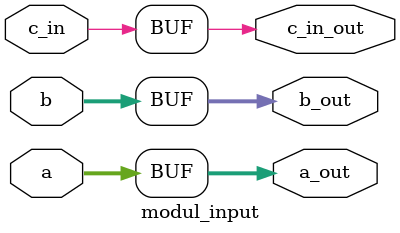
<source format=v>
`timescale 1ns / 1ps


module modul_input(a, b, c_in, a_out, b_out, c_in_out);

    input [15:0] a;
    input [15:0] b;
    input c_in;
    output [15:0] a_out;
    output [15:0] b_out;
    output c_in_out;
    
    assign a_out = a;
    assign b_out = b;
    assign c_in_out = c_in;
endmodule

</source>
